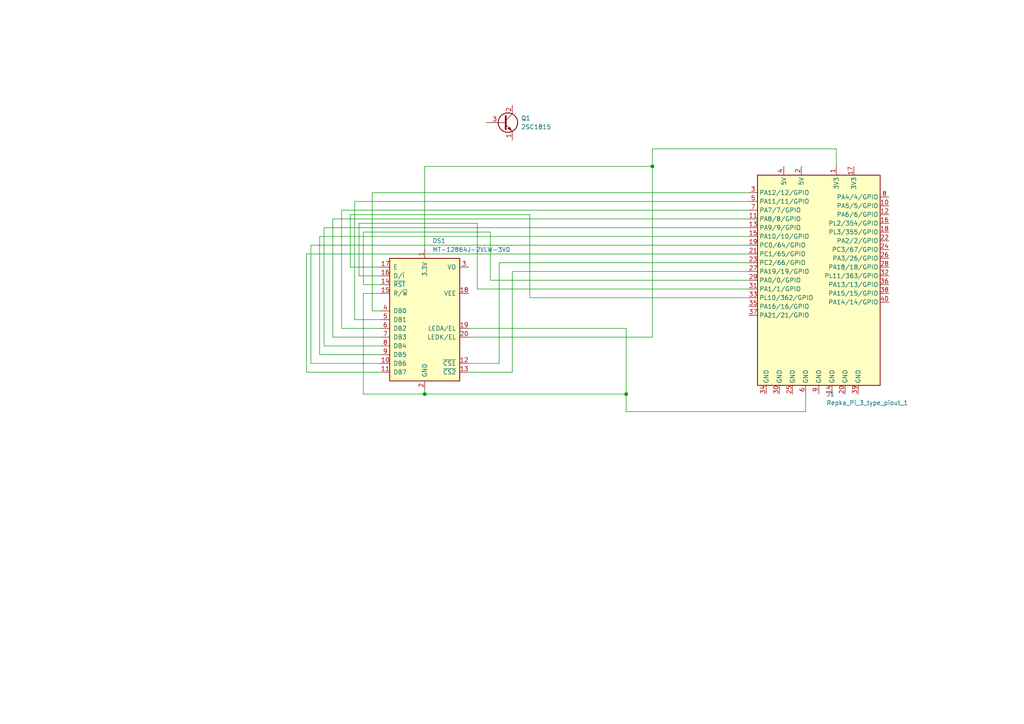
<source format=kicad_sch>
(kicad_sch (version 20231120) (generator "eeschema") (generator_version "8.0")
  (paper "A4")
  (title_block (date "15 nov 2012"))
  (lib_symbols
    (symbol "Melt:MT-12864J-2VLW-3V0" (pin_names (offset 1.016))
      (property "Reference" "DS" (at -8.382 19.05 0))
      (property "Value" "MT-12864J-2VLW-3V0" (at -15.494 30.734 0))
      (symbol "MT-12864J-2VLW-3V0_0_1"
        (rectangle (start -10.16 17.78) (end 10.16 -17.78) (stroke (width 0.254)) (fill (type background)))
      )
      (symbol "MT-12864J-2VLW-3V0_1_1"
        (pin power_in line (at 0 20.32 270) (length 2.54) (name "3.3V") (number "1"))
        (pin bidirectional line (at -12.7 -12.7 0) (length 2.54) (name "DB6") (number "10"))
        (pin bidirectional line (at -12.7 -15.24 0) (length 2.54) (name "DB7") (number "11"))
        (pin input line (at 12.7 -12.7 180) (length 2.54) (name "~{CS1}") (number "12"))
        (pin input line (at 12.7 -15.24 180) (length 2.54) (name "~{CS2}") (number "13"))
        (pin input line (at -12.7 10.16 0) (length 2.54) (name "~{RST}") (number "14"))
        (pin input line (at -12.7 7.62 0) (length 2.54) (name "R/~{W}") (number "15"))
        (pin input line (at -12.7 12.7 0) (length 2.54) (name "D/~{I}") (number "16"))
        (pin input line (at -12.7 15.24 0) (length 2.54) (name "E") (number "17"))
        (pin passive line (at 12.7 7.62 180) (length 2.54) (name "VEE") (number "18"))
        (pin passive line (at 12.7 -2.54 180) (length 2.54) (name "LEDA/EL") (number "19"))
        (pin power_in line (at 0 -20.32 90) (length 2.54) (name "GND") (number "2"))
        (pin passive line (at 12.7 -5.08 180) (length 2.54) (name "LEDK/EL") (number "20"))
        (pin passive line (at 12.7 15.24 180) (length 2.54) (name "VO") (number "3"))
        (pin bidirectional line (at -12.7 2.54 0) (length 2.54) (name "DB0") (number "4"))
        (pin bidirectional line (at -12.7 0 0) (length 2.54) (name "DB1") (number "5"))
        (pin bidirectional line (at -12.7 -2.54 0) (length 2.54) (name "DB2") (number "6"))
        (pin bidirectional line (at -12.7 -5.08 0) (length 2.54) (name "DB3") (number "7"))
        (pin bidirectional line (at -12.7 -7.62 0) (length 2.54) (name "DB4") (number "8"))
        (pin bidirectional line (at -12.7 -10.16 0) (length 2.54) (name "DB5") (number "9"))
      )
    )
    (symbol "Repka-Pi3:Repka_Pi_3_type_piout_1"
      (property "Reference" "J" (at -17.78 31.75 0))
      (property "Value" "Repka_Pi_3_type_piout_1" (at 14.732 -33.274 0))
      (symbol "Repka_Pi_3_type_piout_1_0_1"
        (rectangle (start -17.78 30.48) (end 17.78 -30.48) (stroke (width 0.254)) (fill (type background)))
      )
      (symbol "Repka_Pi_3_type_piout_1_1_1"
        (pin power_out line (at 5.08 33.02 270) (length 2.54) (name "3V3") (number "1"))
        (pin bidirectional line (at 20.32 21.59 180) (length 2.54) (name "PA5/5/GPIO") (number "10"))
        (pin bidirectional line (at -20.32 17.78 0) (length 2.54) (name "PA8/8/GPIO") (number "11"))
        (pin bidirectional line (at 20.32 19.05 180) (length 2.54) (name "PA6/6/GPIO") (number "12"))
        (pin bidirectional line (at -20.32 15.24 0) (length 2.54) (name "PA9/9/GPIO") (number "13"))
        (pin passive line (at 3.81 -33.02 90) (length 2.54) (name "GND") (number "14"))
        (pin bidirectional line (at -20.32 12.7 0) (length 2.54) (name "PA10/10/GPIO") (number "15"))
        (pin bidirectional line (at 20.32 16.51 180) (length 2.54) (name "PL2/354/GPIO") (number "16"))
        (pin power_out line (at 10.16 33.02 270) (length 2.54) (name "3V3") (number "17"))
        (pin bidirectional line (at 20.32 13.97 180) (length 2.54) (name "PL3/355/GPIO") (number "18"))
        (pin bidirectional line (at -20.32 10.16 0) (length 2.54) (name "PC0/64/GPIO") (number "19"))
        (pin power_out line (at -5.08 33.02 270) (length 2.54) (name "5V") (number "2"))
        (pin passive line (at 7.62 -33.02 90) (length 2.54) (name "GND") (number "20"))
        (pin bidirectional line (at -20.32 7.62 0) (length 2.54) (name "PC1/65/GPIO") (number "21"))
        (pin bidirectional line (at 20.32 11.43 180) (length 2.54) (name "PA2/2/GPIO") (number "22"))
        (pin bidirectional line (at -20.32 5.08 0) (length 2.54) (name "PC2/66/GPIO") (number "23"))
        (pin bidirectional line (at 20.32 8.89 180) (length 2.54) (name "PC3/67/GPIO") (number "24"))
        (pin passive line (at -7.62 -33.02 90) (length 2.54) (name "GND") (number "25"))
        (pin bidirectional line (at 20.32 6.35 180) (length 2.54) (name "PA3/26/GPIO") (number "26"))
        (pin bidirectional line (at -20.32 2.54 0) (length 2.54) (name "PA19/19/GPIO") (number "27"))
        (pin bidirectional line (at 20.32 3.81 180) (length 2.54) (name "PA18/18/GPIO") (number "28"))
        (pin bidirectional line (at -20.32 0 0) (length 2.54) (name "PA0/0/GPIO") (number "29"))
        (pin bidirectional line (at -20.32 25.4 0) (length 2.54) (name "PA12/12/GPIO") (number "3"))
        (pin passive line (at -11.43 -33.02 90) (length 2.54) (name "GND") (number "30"))
        (pin bidirectional line (at -20.32 -2.54 0) (length 2.54) (name "PA1/1/GPIO") (number "31"))
        (pin bidirectional line (at 20.32 1.27 180) (length 2.54) (name "PL11/363/GPIO") (number "32"))
        (pin bidirectional line (at -20.32 -5.08 0) (length 2.54) (name "PL10/362/GPIO") (number "33"))
        (pin passive line (at -15.24 -33.02 90) (length 2.54) (name "GND") (number "34"))
        (pin bidirectional line (at -20.32 -7.62 0) (length 2.54) (name "PA16/16/GPIO") (number "35"))
        (pin bidirectional line (at 20.32 -1.27 180) (length 2.54) (name "PA13/13/GPIO") (number "36"))
        (pin bidirectional line (at -20.32 -10.16 0) (length 2.54) (name "PA21/21/GPIO") (number "37"))
        (pin bidirectional line (at 20.32 -3.81 180) (length 2.54) (name "PA15/15/GPIO") (number "38"))
        (pin passive line (at 11.43 -33.02 90) (length 2.54) (name "GND") (number "39"))
        (pin power_out line (at -10.16 33.02 270) (length 2.54) (name "5V") (number "4"))
        (pin bidirectional line (at 20.32 -6.35 180) (length 2.54) (name "PA14/14/GPIO") (number "40"))
        (pin bidirectional line (at -20.32 22.86 0) (length 2.54) (name "PA11/11/GPIO") (number "5"))
        (pin power_in line (at -3.81 -33.02 90) (length 2.54) (name "GND") (number "6"))
        (pin bidirectional line (at -20.32 20.32 0) (length 2.54) (name "PA7/7/GPIO") (number "7"))
        (pin bidirectional line (at 20.32 24.13 180) (length 2.54) (name "PA4/4/GPIO") (number "8"))
        (pin passive line (at 0 -33.02 90) (length 2.54) (name "GND") (number "9"))
      )
    )
    (symbol "Transistor_BJT:2SC1815" (pin_names (offset 0) hide)
      (property "Reference" "Q" (at 5.08 1.905 0))
      (property "Value" "2SC1815" (at 5.08 0 0))
      (symbol "2SC1815_0_1"
        (polyline (pts (xy 0 0) (xy 0.508 0)))
        (polyline (pts (xy 0.635 0.635) (xy 2.54 2.54)))
        (polyline (pts (xy 0.635 -0.635) (xy 2.54 -2.54) (xy 2.54 -2.54)))
        (polyline (pts (xy 0.635 1.905) (xy 0.635 -1.905) (xy 0.635 -1.905)) (stroke (width 0.508)))
        (polyline (pts (xy 1.27 -1.778) (xy 1.778 -1.27) (xy 2.286 -2.286) (xy 1.27 -1.778) (xy 1.27 -1.778)) (fill (type outline)))
        (circle (center 1.27 0) (radius 2.8194) (stroke (width 0.254)))
      )
      (symbol "2SC1815_1_1"
        (pin passive line (at 2.54 -5.08 90) (length 2.54) (name "E") (number "1"))
        (pin passive line (at 2.54 5.08 270) (length 2.54) (name "C") (number "2"))
        (pin input line (at -5.08 0 0) (length 5.08) (name "B") (number "3"))
      )
    )
  )
  (junction (at 181.61 114.3))
  (junction (at 123.19 114.3))
  (junction (at 189.23 48.26))
  (wire (pts (xy 102.87 58.42) (xy 102.87 92.71)))
  (wire (pts (xy 93.98 100.33) (xy 110.49 100.33)))
  (wire (pts (xy 138.43 83.82) (xy 138.43 64.77)))
  (wire (pts (xy 101.6 77.47) (xy 110.49 77.47)))
  (wire (pts (xy 217.17 55.88) (xy 107.95 55.88)))
  (wire (pts (xy 217.17 83.82) (xy 138.43 83.82)))
  (wire (pts (xy 123.19 48.26) (xy 189.23 48.26)))
  (wire (pts (xy 217.17 73.66) (xy 88.9 73.66)))
  (wire (pts (xy 123.19 114.3) (xy 181.61 114.3)))
  (wire (pts (xy 138.43 64.77) (xy 104.14 64.77)))
  (wire (pts (xy 105.41 85.09) (xy 110.49 85.09)))
  (wire (pts (xy 104.14 80.01) (xy 110.49 80.01)))
  (wire (pts (xy 99.06 95.25) (xy 110.49 95.25)))
  (wire (pts (xy 233.68 114.3) (xy 233.68 119.38)))
  (wire (pts (xy 144.78 76.2) (xy 144.78 105.41)))
  (wire (pts (xy 96.52 63.5) (xy 96.52 97.79)))
  (wire (pts (xy 90.17 105.41) (xy 110.49 105.41)))
  (wire (pts (xy 88.9 73.66) (xy 88.9 107.95)))
  (wire (pts (xy 107.95 55.88) (xy 107.95 90.17)))
  (wire (pts (xy 90.17 71.12) (xy 90.17 105.41)))
  (wire (pts (xy 217.17 71.12) (xy 90.17 71.12)))
  (wire (pts (xy 93.98 66.04) (xy 93.98 100.33)))
  (wire (pts (xy 217.17 63.5) (xy 96.52 63.5)))
  (wire (pts (xy 189.23 48.26) (xy 189.23 97.79)))
  (wire (pts (xy 217.17 78.74) (xy 148.59 78.74)))
  (wire (pts (xy 233.68 119.38) (xy 181.61 119.38)))
  (wire (pts (xy 142.24 81.28) (xy 142.24 67.31)))
  (wire (pts (xy 105.41 114.3) (xy 105.41 85.09)))
  (wire (pts (xy 242.57 43.18) (xy 189.23 43.18)))
  (wire (pts (xy 123.19 72.39) (xy 123.19 48.26)))
  (wire (pts (xy 142.24 67.31) (xy 105.41 67.31)))
  (wire (pts (xy 153.67 86.36) (xy 153.67 62.23)))
  (wire (pts (xy 96.52 97.79) (xy 110.49 97.79)))
  (wire (pts (xy 217.17 60.96) (xy 99.06 60.96)))
  (wire (pts (xy 217.17 66.04) (xy 93.98 66.04)))
  (wire (pts (xy 217.17 68.58) (xy 92.71 68.58)))
  (wire (pts (xy 99.06 60.96) (xy 99.06 95.25)))
  (wire (pts (xy 217.17 58.42) (xy 102.87 58.42)))
  (wire (pts (xy 189.23 43.18) (xy 189.23 48.26)))
  (wire (pts (xy 101.6 62.23) (xy 101.6 77.47)))
  (wire (pts (xy 181.61 95.25) (xy 181.61 114.3)))
  (wire (pts (xy 135.89 105.41) (xy 144.78 105.41)))
  (wire (pts (xy 242.57 48.26) (xy 242.57 43.18)))
  (wire (pts (xy 181.61 119.38) (xy 181.61 114.3)))
  (wire (pts (xy 104.14 64.77) (xy 104.14 80.01)))
  (wire (pts (xy 92.71 68.58) (xy 92.71 102.87)))
  (wire (pts (xy 148.59 78.74) (xy 148.59 107.95)))
  (wire (pts (xy 92.71 102.87) (xy 110.49 102.87)))
  (wire (pts (xy 107.95 90.17) (xy 110.49 90.17)))
  (wire (pts (xy 105.41 82.55) (xy 110.49 82.55)))
  (wire (pts (xy 123.19 114.3) (xy 105.41 114.3)))
  (wire (pts (xy 217.17 76.2) (xy 144.78 76.2)))
  (wire (pts (xy 217.17 81.28) (xy 142.24 81.28)))
  (wire (pts (xy 105.41 67.31) (xy 105.41 82.55)))
  (wire (pts (xy 217.17 86.36) (xy 153.67 86.36)))
  (wire (pts (xy 88.9 107.95) (xy 110.49 107.95)))
  (wire (pts (xy 102.87 92.71) (xy 110.49 92.71)))
  (wire (pts (xy 181.61 95.25) (xy 135.89 95.25)))
  (wire (pts (xy 153.67 62.23) (xy 101.6 62.23)))
  (wire (pts (xy 189.23 97.79) (xy 135.89 97.79)))
  (wire (pts (xy 123.19 113.03) (xy 123.19 114.3)))
  (wire (pts (xy 148.59 107.95) (xy 135.89 107.95)))
  (symbol (lib_id "Transistor_BJT:2SC1815") (at 146.05 35.56 0) (unit 1)
    (property "Reference" "Q1" (at 151.13 34.2899 0) (effects (justify left)))
    (property "Value" "2SC1815" (at 151.13 36.8299 0) (effects (justify left)))
    (property "Footprint" "Package_TO_SOT_THT:TO-92_Inline" (effects (hide yes)))
    (property "Datasheet" "https://media.digikey.com/pdf/Data%20Sheets/Toshiba%20PDFs/2SC1815.pdf" (effects (hide yes)))
    (property "Description" "0.15A Ic, 50V Vce, Low Noise Audio NPN Transistor, TO-92" (effects (hide yes)))
  )
  (symbol (lib_id "Melt:MT-12864J-2VLW-3V0") (at 123.19 92.71 0) (unit 1)
    (property "Reference" "DS1" (at 125.3841 69.85 0) (effects (justify left)))
    (property "Value" "MT-12864J-2VLW-3V0" (at 125.3841 72.39 0) (effects (justify left)))
    (property "Footprint" "Display:MT-12864J-2VLW-3V0" (effects (hide yes)))
    (property "Datasheet" "https://www.melt.com.ru/docs/MT-12864J.pdf" (effects (hide yes)))
    (property "Description" "Graphics Display 128x64px,  8b parallel, 3.3V VDD" (effects (hide yes)))
  )
  (symbol (lib_id "Repka-Pi3:Repka_Pi_3_type_piout_1") (at 237.49 81.28 0) (unit 1)
    (property "Reference" "J1" (at 239.6841 114.3 0) (effects (justify left)))
    (property "Value" "Repka_Pi_3_type_piout_1" (at 239.6841 116.84 0) (effects (justify left)))
    (property "Datasheet" "https://repka-pi.ru/catalog/view/theme/repka/image/home/periphery_block/new-periphery-heavy.png" (effects (hide yes)))
    (property "Description" "Разъем для Repka-Pi3" (effects (hide yes)))
  )
)
</source>
